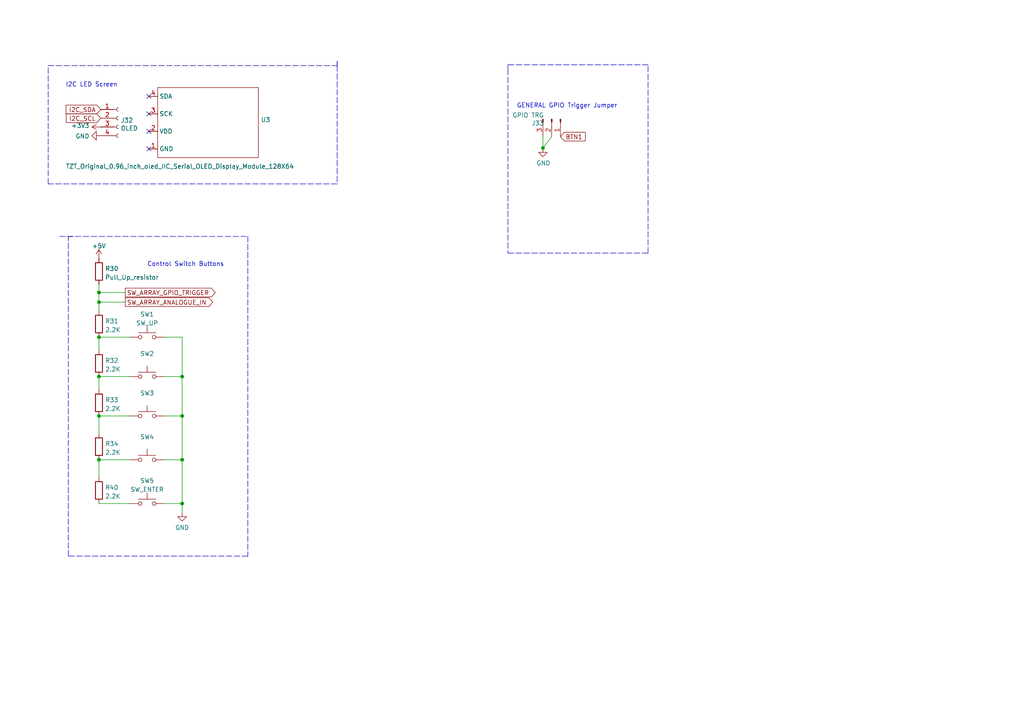
<source format=kicad_sch>
(kicad_sch (version 20211123) (generator eeschema)
  (paper "A4")
  (title_block (title "RPI Cape DPI 24ch Pixel Controller") (date "2022-04-04") (company "OnlineDynamic"))
  (lib_symbols
    (symbol "Connector:Conn_01x03_Male" (pin_names (offset 1.016) hide)
      (property "Reference" "J" (at 0 5.08 0))
      (property "Value" "Conn_01x03_Male" (at 0 -5.08 0))
      (symbol "Conn_01x03_Male_1_1"
        (polyline (pts (xy 1.27 -2.54) (xy 0.8636 -2.54)) (stroke (width 0.1524)))
        (polyline (pts (xy 1.27 0) (xy 0.8636 0)) (stroke (width 0.1524)))
        (polyline (pts (xy 1.27 2.54) (xy 0.8636 2.54)) (stroke (width 0.1524)))
        (rectangle (start 0.8636 -2.413) (end 0 -2.667) (stroke (width 0.1524)) (fill (type outline)))
        (rectangle (start 0.8636 0.127) (end 0 -0.127) (stroke (width 0.1524)) (fill (type outline)))
        (rectangle (start 0.8636 2.667) (end 0 2.413) (stroke (width 0.1524)) (fill (type outline)))
        (pin passive line (at 5.08 2.54 180) (length 3.81) (name "Pin_1") (number "1"))
        (pin passive line (at 5.08 0 180) (length 3.81) (name "Pin_2") (number "2"))
        (pin passive line (at 5.08 -2.54 180) (length 3.81) (name "Pin_3") (number "3"))
      )
    )
    (symbol "Connector:Conn_01x04_Female" (pin_names (offset 1.016) hide)
      (property "Reference" "J" (at 0 5.08 0))
      (property "Value" "Conn_01x04_Female" (at 0 -7.62 0))
      (symbol "Conn_01x04_Female_1_1"
        (arc (start 0 -4.572) (mid -0.508 -5.08) (end 0 -5.588) (stroke (width 0.1524)))
        (arc (start 0 -2.032) (mid -0.508 -2.54) (end 0 -3.048) (stroke (width 0.1524)))
        (polyline (pts (xy -1.27 -5.08) (xy -0.508 -5.08)) (stroke (width 0.1524)))
        (polyline (pts (xy -1.27 -2.54) (xy -0.508 -2.54)) (stroke (width 0.1524)))
        (polyline (pts (xy -1.27 0) (xy -0.508 0)) (stroke (width 0.1524)))
        (polyline (pts (xy -1.27 2.54) (xy -0.508 2.54)) (stroke (width 0.1524)))
        (arc (start 0 0.508) (mid -0.508 0) (end 0 -0.508) (stroke (width 0.1524)))
        (arc (start 0 3.048) (mid -0.508 2.54) (end 0 2.032) (stroke (width 0.1524)))
        (pin passive line (at -5.08 2.54 0) (length 3.81) (name "Pin_1") (number "1"))
        (pin passive line (at -5.08 0 0) (length 3.81) (name "Pin_2") (number "2"))
        (pin passive line (at -5.08 -2.54 0) (length 3.81) (name "Pin_3") (number "3"))
        (pin passive line (at -5.08 -5.08 0) (length 3.81) (name "Pin_4") (number "4"))
      )
    )
    (symbol "Device:R" (pin_numbers hide) (pin_names (offset 0))
      (property "Reference" "R" (at 2.032 0 90))
      (property "Value" "R" (at 0 0 90))
      (symbol "R_0_1"
        (rectangle (start -1.016 -2.54) (end 1.016 2.54) (stroke (width 0.254)))
      )
      (symbol "R_1_1"
        (pin passive line (at 0 3.81 270) (length 1.27) (name "~") (number "1"))
        (pin passive line (at 0 -3.81 90) (length 1.27) (name "~") (number "2"))
      )
    )
    (symbol "Stuarts_BESPOKE:TZT_Original_0.96_inch_oled_IIC_Serial_OLED_Display_Module_128X64"
      (property "Reference" "U" (at 6.35 -12.7 0))
      (property "Value" "TZT_Original_0.96_inch_oled_IIC_Serial_OLED_Display_Module_128X64" (at 0 0 0))
      (symbol "TZT_Original_0.96_inch_oled_IIC_Serial_OLED_Display_Module_128X64_0_1"
        (rectangle (start -13.97 -19.05) (end 6.35 -48.26) (stroke (width 0.1524)))
      )
      (symbol "TZT_Original_0.96_inch_oled_IIC_Serial_OLED_Display_Module_128X64_1_1"
        (pin power_in line (at -11.43 -16.51 270) (length 2.54) (name "GND") (number "1"))
        (pin power_in line (at -6.35 -16.51 270) (length 2.54) (name "VDD") (number "2"))
        (pin input line (at -1.27 -16.51 270) (length 2.54) (name "SCK") (number "3"))
        (pin input line (at 3.81 -16.51 270) (length 2.54) (name "SDA") (number "4"))
      )
    )
    (symbol "Switch:SW_Push" (pin_numbers hide) (pin_names (offset 1.016) hide)
      (property "Reference" "SW" (at 1.27 2.54 0))
      (property "Value" "SW_Push" (at 0 -1.524 0))
      (symbol "SW_Push_0_1"
        (circle (center -2.032 0) (radius 0.508))
        (polyline (pts (xy 0 1.27) (xy 0 3.048)))
        (polyline (pts (xy 2.54 1.27) (xy -2.54 1.27)))
        (circle (center 2.032 0) (radius 0.508))
        (pin passive line (at -5.08 0 0) (length 2.54) (name "1") (number "1"))
        (pin passive line (at 5.08 0 180) (length 2.54) (name "2") (number "2"))
      )
    )
    (symbol "power:+3.3V" (power) (pin_names (offset 0))
      (property "Value" "+3.3V" (at 0 3.556 0))
      (symbol "+3.3V_0_1"
        (polyline (pts (xy -0.762 1.27) (xy 0 2.54)))
        (polyline (pts (xy 0 0) (xy 0 2.54)))
        (polyline (pts (xy 0 2.54) (xy 0.762 1.27)))
      )
      (symbol "+3.3V_1_1"
        (pin power_in line (at 0 0 90) (length 0) hide (name "+3V3") (number "1"))
      )
    )
    (symbol "power:+5V" (power) (pin_names (offset 0))
      (property "Value" "+5V" (at 0 3.556 0))
      (symbol "+5V_0_1"
        (polyline (pts (xy -0.762 1.27) (xy 0 2.54)))
        (polyline (pts (xy 0 0) (xy 0 2.54)))
        (polyline (pts (xy 0 2.54) (xy 0.762 1.27)))
      )
      (symbol "+5V_1_1"
        (pin power_in line (at 0 0 90) (length 0) hide (name "+5V") (number "1"))
      )
    )
    (symbol "power:GND" (power) (pin_names (offset 0))
      (property "Value" "GND" (at 0 -3.81 0))
      (symbol "GND_0_1"
        (polyline (pts (xy 0 0) (xy 0 -1.27) (xy 1.27 -1.27) (xy 0 -2.54) (xy -1.27 -1.27) (xy 0 -1.27)))
      )
      (symbol "GND_1_1"
        (pin power_in line (at 0 0 270) (length 0) hide (name "GND") (number "1"))
      )
    )
  )
  (junction (at 52.832 133.35))
  (junction (at 52.832 109.22))
  (junction (at 52.832 120.65))
  (junction (at 28.702 97.79))
  (junction (at 28.702 120.65))
  (junction (at 157.48 42.926))
  (junction (at 28.702 87.63))
  (junction (at 28.702 84.836))
  (junction (at 52.832 146.05))
  (junction (at 28.702 109.22))
  (junction (at 28.702 133.35))
  (no_connect (at 43.18 33.02))
  (no_connect (at 43.18 27.94))
  (no_connect (at 43.18 43.18))
  (no_connect (at 43.18 38.1))
  (wire (pts (xy 157.48 39.624) (xy 157.48 42.926)))
  (polyline (pts (xy 97.79 19.05) (xy 97.79 53.34)))
  (polyline (pts (xy 147.32 73.406) (xy 187.96 73.406)))
  (wire (pts (xy 52.832 146.05) (xy 52.832 148.59)))
  (wire (pts (xy 47.752 120.65) (xy 52.832 120.65)))
  (polyline (pts (xy 71.882 68.58) (xy 71.882 161.29)))
  (polyline (pts (xy 97.79 17.78) (xy 97.79 19.05)))
  (wire (pts (xy 52.832 120.65) (xy 52.832 133.35)))
  (polyline (pts (xy 17.272 68.58) (xy 71.882 68.58)))
  (wire (pts (xy 28.702 120.65) (xy 37.592 120.65)))
  (polyline (pts (xy 97.79 53.34) (xy 13.97 53.34)))
  (wire (pts (xy 28.702 120.65) (xy 28.702 125.73)))
  (wire (pts (xy 28.702 109.22) (xy 28.702 113.03)))
  (wire (pts (xy 28.702 87.63) (xy 28.702 84.836)))
  (polyline (pts (xy 187.96 18.796) (xy 147.32 18.796)))
  (polyline (pts (xy 71.882 161.29) (xy 19.812 161.29)))
  (polyline (pts (xy 13.97 19.05) (xy 97.79 19.05)))
  (wire (pts (xy 47.752 109.22) (xy 52.832 109.22)))
  (polyline (pts (xy 97.79 19.05) (xy 97.79 17.78)))
  (polyline (pts (xy 147.32 18.796) (xy 147.32 20.066)))
  (wire (pts (xy 28.702 97.79) (xy 37.592 97.79)))
  (wire (pts (xy 160.02 39.624) (xy 157.48 42.926)))
  (wire (pts (xy 47.752 146.05) (xy 52.832 146.05)))
  (wire (pts (xy 28.702 133.35) (xy 28.702 138.43)))
  (wire (pts (xy 28.702 133.35) (xy 37.592 133.35)))
  (wire (pts (xy 47.752 133.35) (xy 52.832 133.35)))
  (polyline (pts (xy 147.32 20.066) (xy 147.32 73.406)))
  (wire (pts (xy 28.702 97.79) (xy 28.702 101.6)))
  (wire (pts (xy 28.702 87.63) (xy 36.322 87.63)))
  (polyline (pts (xy 19.812 161.29) (xy 19.812 68.58)))
  (wire (pts (xy 47.752 97.79) (xy 52.832 97.79)))
  (wire (pts (xy 28.702 109.22) (xy 37.592 109.22)))
  (wire (pts (xy 28.702 84.836) (xy 36.322 84.836)))
  (wire (pts (xy 52.832 97.79) (xy 52.832 109.22)))
  (wire (pts (xy 28.702 87.63) (xy 28.702 90.17)))
  (polyline (pts (xy 13.97 53.34) (xy 13.97 19.05)))
  (wire (pts (xy 52.832 133.35) (xy 52.832 146.05)))
  (polyline (pts (xy 187.96 73.406) (xy 187.96 18.796)))
  (polyline (pts (xy 19.812 68.58) (xy 21.082 68.58)))
  (wire (pts (xy 52.832 109.22) (xy 52.832 120.65)))
  (wire (pts (xy 28.702 146.05) (xy 37.592 146.05)))
  (wire (pts (xy 28.702 84.836) (xy 28.702 82.55)))
  (text "GENERAL GPIO Trigger Jumper" (at 149.86 31.496 0) (effects (font (size 1.27 1.27)) (justify left bottom)))
  (text "I2C LED Screen" (at 19.05 25.4 0) (effects (font (size 1.27 1.27)) (justify left bottom)))
  (text "Control Switch Buttons" (at 42.672 77.47 0) (effects (font (size 1.27 1.27)) (justify left bottom)))
  (global_label "BTN1" (shape input) (at 162.56 39.624 0) (property "Intersheet References" "${INTERSHEET_REFS}" (effects hide)))
  (global_label "SW_ARRAY_ANALOGUE_IN" (shape output) (at 36.322 87.63 0) (property "Intersheet References" "${INTERSHEET_REFS}" (effects hide)))
  (global_label "I2C_SDA" (shape input) (at 29.21 31.75 180) (property "Intersheet References" "${INTERSHEET_REFS}" (effects hide)))
  (global_label "SW_ARRAY_GPIO_TRIGGER" (shape output) (at 36.322 84.836 0) (property "Intersheet References" "${INTERSHEET_REFS}" (effects hide)))
  (global_label "I2C_SCL" (shape input) (at 29.21 34.29 180) (property "Intersheet References" "${INTERSHEET_REFS}" (effects hide)))
  (symbol (lib_id "Connector:Conn_01x04_Female") (at 34.29 34.29 0) (unit 1)
    (property "Reference" "J32" (at 35.0012 34.8996 0) (effects (justify left)))
    (property "Value" "OLED" (at 35.0012 37.211 0) (effects (justify left)))
    (property "Footprint" "Connector_PinSocket_2.54mm:PinSocket_1x04_P2.54mm_Vertical" (effects hide))
  )
  (symbol (lib_id "Device:R") (at 28.702 93.98 0) (unit 1)
    (property "Reference" "R31" (at 30.48 93.1453 0) (effects (justify left)))
    (property "Value" "2.2K" (at 30.48 95.6822 0) (effects (justify left)))
    (property "Footprint" "Resistor_SMD:R_0805_2012Metric" (effects hide))
  )
  (symbol (lib_id "Device:R") (at 28.702 105.41 0) (unit 1)
    (property "Reference" "R32" (at 30.48 104.5753 0) (effects (justify left)))
    (property "Value" "2.2K" (at 30.48 107.1122 0) (effects (justify left)))
    (property "Footprint" "Resistor_SMD:R_0805_2012Metric" (effects hide))
  )
  (symbol (lib_id "Device:R") (at 28.702 78.74 0) (unit 1)
    (property "Reference" "R30" (at 30.48 77.9053 0) (effects (justify left)))
    (property "Value" "Pull_Up_resistor" (at 30.48 80.4422 0) (effects (justify left)))
    (property "Footprint" "Resistor_SMD:R_0805_2012Metric" (effects hide))
  )
  (symbol (lib_id "Switch:SW_Push") (at 42.672 133.35 0) (unit 1)
    (property "Reference" "SW4" (at 42.672 126.7292 0))
    (property "Footprint" "Button_Switch_THT:SW_PUSH_6mm" (effects hide))
  )
  (symbol (lib_id "Stuarts_BESPOKE:TZT_Original_0.96_inch_oled_IIC_Serial_OLED_Display_Module_128X64") (at 26.67 31.75 90) (unit 1)
    (property "Reference" "U3" (at 75.6412 34.7253 90) (effects (justify right)))
    (property "Value" "TZT_Original_0.96_inch_oled_IIC_Serial_OLED_Display_Module_128X64" (at 19.05 48.26 90) (effects (justify right)))
    (property "Footprint" "Stuart_BESPOKE:TZT_0.96inch_OLED" (effects hide))
  )
  (symbol (lib_id "power:GND") (at 52.832 148.59 0) (unit 1)
    (property "Reference" "#PWR034" (effects hide))
    (property "Value" "GND" (at 52.832 153.0334 0))
  )
  (symbol (lib_id "power:GND") (at 157.48 42.926 0) (unit 1)
    (property "Reference" "#PWR035" (effects hide))
    (property "Value" "GND" (at 157.607 47.3202 0))
  )
  (symbol (lib_id "power:GND") (at 29.21 39.37 270) (unit 1)
    (property "Reference" "#PWR033" (effects hide))
    (property "Value" "GND" (at 25.9588 39.497 90) (effects (justify right)))
  )
  (symbol (lib_id "Connector:Conn_01x03_Male") (at 160.02 34.544 270) (unit 1)
    (property "Reference" "J33" (at 157.7848 35.7124 90) (effects (justify right)))
    (property "Value" "GPIO TRG" (at 157.7848 33.401 90) (effects (justify right)))
    (property "Footprint" "Connector_JST:JST_XH_B3B-XH-A_1x03_P2.50mm_Vertical" (effects hide))
  )
  (symbol (lib_id "Switch:SW_Push") (at 42.672 97.79 0) (unit 1)
    (property "Reference" "SW1" (at 42.672 91.1692 0))
    (property "Value" "SW_UP" (at 42.672 93.7061 0))
    (property "Footprint" "Button_Switch_THT:SW_PUSH_6mm" (effects hide))
  )
  (symbol (lib_id "power:+3.3V") (at 29.21 36.83 90) (unit 1)
    (property "Reference" "#PWR015" (effects hide))
    (property "Value" "+3.3V" (at 25.9588 36.449 90) (effects (justify left)))
  )
  (symbol (lib_id "Switch:SW_Push") (at 42.672 120.65 0) (unit 1)
    (property "Reference" "SW3" (at 42.672 114.0292 0))
    (property "Footprint" "Button_Switch_THT:SW_PUSH_6mm" (effects hide))
  )
  (symbol (lib_id "power:+5V") (at 28.702 74.93 0) (unit 1)
    (property "Reference" "#PWR014" (effects hide))
    (property "Value" "+5V" (at 28.702 71.3542 0))
  )
  (symbol (lib_id "Switch:SW_Push") (at 42.672 109.22 0) (unit 1)
    (property "Reference" "SW2" (at 42.672 102.5992 0))
    (property "Footprint" "Button_Switch_THT:SW_PUSH_6mm" (effects hide))
  )
  (symbol (lib_id "Device:R") (at 28.702 116.84 0) (unit 1)
    (property "Reference" "R33" (at 30.48 116.0053 0) (effects (justify left)))
    (property "Value" "2.2K" (at 30.48 118.5422 0) (effects (justify left)))
    (property "Footprint" "Resistor_SMD:R_0805_2012Metric" (effects hide))
  )
  (symbol (lib_id "Device:R") (at 28.702 129.54 0) (unit 1)
    (property "Reference" "R34" (at 30.48 128.7053 0) (effects (justify left)))
    (property "Value" "2.2K" (at 30.48 131.2422 0) (effects (justify left)))
    (property "Footprint" "Resistor_SMD:R_0805_2012Metric" (effects hide))
  )
  (symbol (lib_id "Switch:SW_Push") (at 42.672 146.05 0) (unit 1)
    (property "Reference" "SW5" (at 42.672 139.4292 0))
    (property "Value" "SW_ENTER" (at 42.672 141.9661 0))
    (property "Footprint" "Button_Switch_THT:SW_PUSH_6mm" (effects hide))
  )
  (symbol (lib_id "Device:R") (at 28.702 142.24 0) (unit 1)
    (property "Reference" "R40" (at 30.48 141.4053 0) (effects (justify left)))
    (property "Value" "2.2K" (at 30.48 143.9422 0) (effects (justify left)))
    (property "Footprint" "Resistor_SMD:R_0805_2012Metric" (effects hide))
  )
)
</source>
